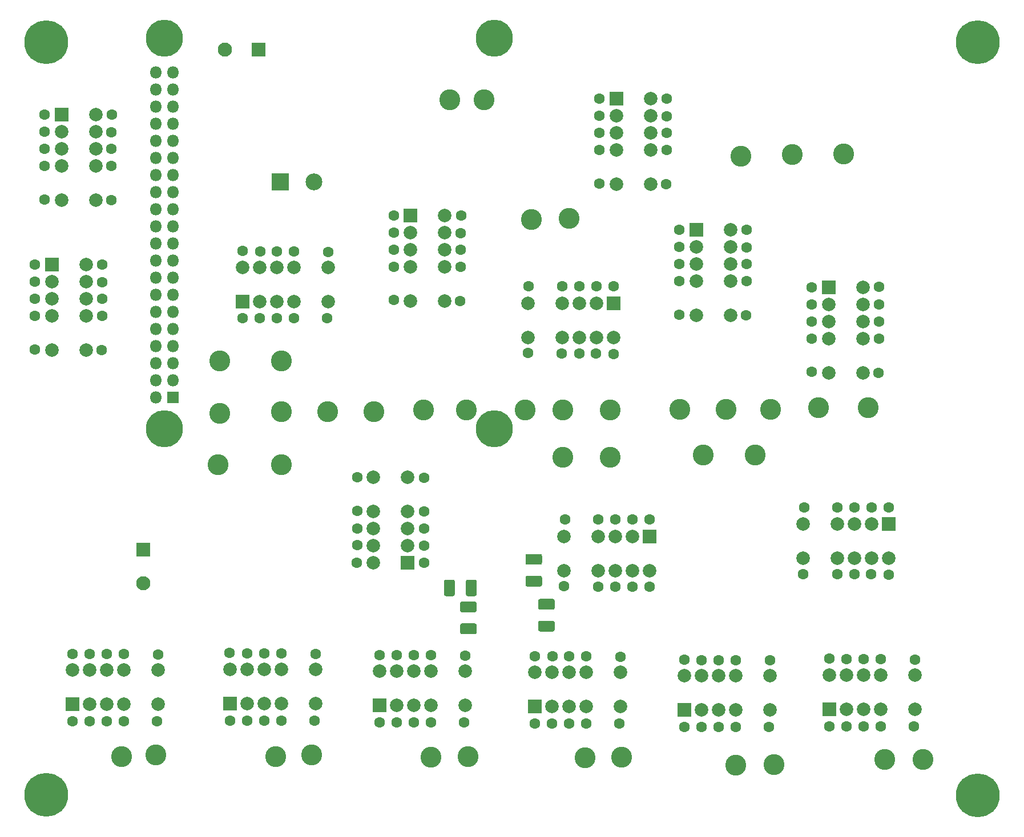
<source format=gbr>
%TF.GenerationSoftware,KiCad,Pcbnew,5.1.6-c6e7f7d~86~ubuntu18.04.1*%
%TF.CreationDate,2020-05-28T18:17:00-07:00*%
%TF.ProjectId,Cal_Station,43616c5f-5374-4617-9469-6f6e2e6b6963,rev?*%
%TF.SameCoordinates,Original*%
%TF.FileFunction,Soldermask,Bot*%
%TF.FilePolarity,Negative*%
%FSLAX46Y46*%
G04 Gerber Fmt 4.6, Leading zero omitted, Abs format (unit mm)*
G04 Created by KiCad (PCBNEW 5.1.6-c6e7f7d~86~ubuntu18.04.1) date 2020-05-28 18:17:00*
%MOMM*%
%LPD*%
G01*
G04 APERTURE LIST*
%ADD10C,1.600000*%
%ADD11C,2.000000*%
%ADD12R,2.000000X2.000000*%
%ADD13C,3.100000*%
%ADD14C,0.900000*%
%ADD15C,6.500000*%
%ADD16C,5.500000*%
%ADD17O,1.800000X1.800000*%
%ADD18R,1.800000X1.800000*%
%ADD19C,2.100000*%
%ADD20R,2.100000X2.100000*%
%ADD21C,2.500000*%
%ADD22R,2.500000X2.500000*%
G04 APERTURE END LIST*
D10*
%TO.C,K17*%
X42980000Y-70820000D03*
X52930000Y-70815000D03*
D11*
X50580000Y-70820000D03*
X45500000Y-70820000D03*
X50580000Y-68280000D03*
X50580000Y-65740000D03*
X50580000Y-73360000D03*
X45500000Y-78440000D03*
D12*
X45500000Y-65740000D03*
D11*
X50580000Y-78440000D03*
X45500000Y-68280000D03*
X45500000Y-73360000D03*
D10*
X52880000Y-78440000D03*
X52930000Y-73365000D03*
X52930000Y-68315000D03*
X52980000Y-65715000D03*
X42980000Y-65740000D03*
X42980000Y-68280000D03*
X42980000Y-73360000D03*
X42980000Y-78290000D03*
%TD*%
%TO.C,K16*%
X44410000Y-48550000D03*
X54360000Y-48545000D03*
D11*
X52010000Y-48550000D03*
X46930000Y-48550000D03*
X52010000Y-46010000D03*
X52010000Y-43470000D03*
X52010000Y-51090000D03*
X46930000Y-56170000D03*
D12*
X46930000Y-43470000D03*
D11*
X52010000Y-56170000D03*
X46930000Y-46010000D03*
X46930000Y-51090000D03*
D10*
X54310000Y-56170000D03*
X54360000Y-51095000D03*
X54360000Y-46045000D03*
X54410000Y-43445000D03*
X44410000Y-43470000D03*
X44410000Y-46010000D03*
X44410000Y-51090000D03*
X44410000Y-56020000D03*
%TD*%
%TO.C,K15*%
X138574000Y-65652000D03*
X148524000Y-65647000D03*
D11*
X146174000Y-65652000D03*
X141094000Y-65652000D03*
X146174000Y-63112000D03*
X146174000Y-60572000D03*
X146174000Y-68192000D03*
X141094000Y-73272000D03*
D12*
X141094000Y-60572000D03*
D11*
X146174000Y-73272000D03*
X141094000Y-63112000D03*
X141094000Y-68192000D03*
D10*
X148474000Y-73272000D03*
X148524000Y-68197000D03*
X148524000Y-63147000D03*
X148574000Y-60547000D03*
X138574000Y-60572000D03*
X138574000Y-63112000D03*
X138574000Y-68192000D03*
X138574000Y-73122000D03*
%TD*%
%TO.C,K14*%
X164544000Y-101742000D03*
X164549000Y-111692000D03*
D11*
X164544000Y-109342000D03*
X164544000Y-104262000D03*
X167084000Y-109342000D03*
X169624000Y-109342000D03*
X162004000Y-109342000D03*
X156924000Y-104262000D03*
D12*
X169624000Y-104262000D03*
D11*
X156924000Y-109342000D03*
X167084000Y-104262000D03*
X162004000Y-104262000D03*
D10*
X156924000Y-111642000D03*
X161999000Y-111692000D03*
X167049000Y-111692000D03*
X169649000Y-111742000D03*
X169624000Y-101742000D03*
X167084000Y-101742000D03*
X162004000Y-101742000D03*
X157074000Y-101742000D03*
%TD*%
%TO.C,K13*%
X126740000Y-46170000D03*
X136690000Y-46165000D03*
D11*
X134340000Y-46170000D03*
X129260000Y-46170000D03*
X134340000Y-43630000D03*
X134340000Y-41090000D03*
X134340000Y-48710000D03*
X129260000Y-53790000D03*
D12*
X129260000Y-41090000D03*
D11*
X134340000Y-53790000D03*
X129260000Y-43630000D03*
X129260000Y-48710000D03*
D10*
X136640000Y-53790000D03*
X136690000Y-48715000D03*
X136690000Y-43665000D03*
X136740000Y-41065000D03*
X126740000Y-41090000D03*
X126740000Y-43630000D03*
X126740000Y-48710000D03*
X126740000Y-53640000D03*
%TD*%
%TO.C,K12*%
X158240000Y-74140000D03*
X168190000Y-74135000D03*
D11*
X165840000Y-74140000D03*
X160760000Y-74140000D03*
X165840000Y-71600000D03*
X165840000Y-69060000D03*
X165840000Y-76680000D03*
X160760000Y-81760000D03*
D12*
X160760000Y-69060000D03*
D11*
X165840000Y-81760000D03*
X160760000Y-71600000D03*
X160760000Y-76680000D03*
D10*
X168140000Y-81760000D03*
X168190000Y-76685000D03*
X168190000Y-71635000D03*
X168240000Y-69035000D03*
X158240000Y-69060000D03*
X158240000Y-71600000D03*
X158240000Y-76680000D03*
X158240000Y-81610000D03*
%TD*%
%TO.C,K11*%
X96192000Y-63522000D03*
X106142000Y-63517000D03*
D11*
X103792000Y-63522000D03*
X98712000Y-63522000D03*
X103792000Y-60982000D03*
X103792000Y-58442000D03*
X103792000Y-66062000D03*
X98712000Y-71142000D03*
D12*
X98712000Y-58442000D03*
D11*
X103792000Y-71142000D03*
X98712000Y-60982000D03*
X98712000Y-66062000D03*
D10*
X106092000Y-71142000D03*
X106142000Y-66067000D03*
X106142000Y-61017000D03*
X106192000Y-58417000D03*
X96192000Y-58442000D03*
X96192000Y-60982000D03*
X96192000Y-66062000D03*
X96192000Y-70992000D03*
%TD*%
%TO.C,K10*%
X123710000Y-68960000D03*
X123715000Y-78910000D03*
D11*
X123710000Y-76560000D03*
X123710000Y-71480000D03*
X126250000Y-76560000D03*
X128790000Y-76560000D03*
X121170000Y-76560000D03*
X116090000Y-71480000D03*
D12*
X128790000Y-71480000D03*
D11*
X116090000Y-76560000D03*
X126250000Y-71480000D03*
X121170000Y-71480000D03*
D10*
X116090000Y-78860000D03*
X121165000Y-78910000D03*
X126215000Y-78910000D03*
X128815000Y-78960000D03*
X128790000Y-68960000D03*
X126250000Y-68960000D03*
X121170000Y-68960000D03*
X116240000Y-68960000D03*
%TD*%
%TO.C,K9*%
X129078000Y-103578000D03*
X129083000Y-113528000D03*
D11*
X129078000Y-111178000D03*
X129078000Y-106098000D03*
X131618000Y-111178000D03*
X134158000Y-111178000D03*
X126538000Y-111178000D03*
X121458000Y-106098000D03*
D12*
X134158000Y-106098000D03*
D11*
X121458000Y-111178000D03*
X131618000Y-106098000D03*
X126538000Y-106098000D03*
D10*
X121458000Y-113478000D03*
X126533000Y-113528000D03*
X131583000Y-113528000D03*
X134183000Y-113578000D03*
X134158000Y-103578000D03*
X131618000Y-103578000D03*
X126538000Y-103578000D03*
X121608000Y-103578000D03*
%TD*%
%TO.C,K8*%
X78890000Y-73704360D03*
X78885000Y-63754360D03*
D11*
X78890000Y-66104360D03*
X78890000Y-71184360D03*
X76350000Y-66104360D03*
X73810000Y-66104360D03*
X81430000Y-66104360D03*
X86510000Y-71184360D03*
D12*
X73810000Y-71184360D03*
D11*
X86510000Y-66104360D03*
X76350000Y-71184360D03*
X81430000Y-71184360D03*
D10*
X86510000Y-63804360D03*
X81435000Y-63754360D03*
X76385000Y-63754360D03*
X73785000Y-63704360D03*
X73810000Y-73704360D03*
X76350000Y-73704360D03*
X81430000Y-73704360D03*
X86360000Y-73704360D03*
%TD*%
%TO.C,K7*%
X165910000Y-134250000D03*
X165905000Y-124300000D03*
D11*
X165910000Y-126650000D03*
X165910000Y-131730000D03*
X163370000Y-126650000D03*
X160830000Y-126650000D03*
X168450000Y-126650000D03*
X173530000Y-131730000D03*
D12*
X160830000Y-131730000D03*
D11*
X173530000Y-126650000D03*
X163370000Y-131730000D03*
X168450000Y-131730000D03*
D10*
X173530000Y-124350000D03*
X168455000Y-124300000D03*
X163405000Y-124300000D03*
X160805000Y-124250000D03*
X160830000Y-134250000D03*
X163370000Y-134250000D03*
X168450000Y-134250000D03*
X173380000Y-134250000D03*
%TD*%
%TO.C,K6*%
X53650000Y-133512000D03*
X53645000Y-123562000D03*
D11*
X53650000Y-125912000D03*
X53650000Y-130992000D03*
X51110000Y-125912000D03*
X48570000Y-125912000D03*
X56190000Y-125912000D03*
X61270000Y-130992000D03*
D12*
X48570000Y-130992000D03*
D11*
X61270000Y-125912000D03*
X51110000Y-130992000D03*
X56190000Y-130992000D03*
D10*
X61270000Y-123612000D03*
X56195000Y-123562000D03*
X51145000Y-123562000D03*
X48545000Y-123512000D03*
X48570000Y-133512000D03*
X51110000Y-133512000D03*
X56190000Y-133512000D03*
X61120000Y-133512000D03*
%TD*%
%TO.C,K5*%
X76980000Y-133400000D03*
X76975000Y-123450000D03*
D11*
X76980000Y-125800000D03*
X76980000Y-130880000D03*
X74440000Y-125800000D03*
X71900000Y-125800000D03*
X79520000Y-125800000D03*
X84600000Y-130880000D03*
D12*
X71900000Y-130880000D03*
D11*
X84600000Y-125800000D03*
X74440000Y-130880000D03*
X79520000Y-130880000D03*
D10*
X84600000Y-123500000D03*
X79525000Y-123450000D03*
X74475000Y-123450000D03*
X71875000Y-123400000D03*
X71900000Y-133400000D03*
X74440000Y-133400000D03*
X79520000Y-133400000D03*
X84450000Y-133400000D03*
%TD*%
%TO.C,K4*%
X99200000Y-133688000D03*
X99195000Y-123738000D03*
D11*
X99200000Y-126088000D03*
X99200000Y-131168000D03*
X96660000Y-126088000D03*
X94120000Y-126088000D03*
X101740000Y-126088000D03*
X106820000Y-131168000D03*
D12*
X94120000Y-131168000D03*
D11*
X106820000Y-126088000D03*
X96660000Y-131168000D03*
X101740000Y-131168000D03*
D10*
X106820000Y-123788000D03*
X101745000Y-123738000D03*
X96695000Y-123738000D03*
X94095000Y-123688000D03*
X94120000Y-133688000D03*
X96660000Y-133688000D03*
X101740000Y-133688000D03*
X106670000Y-133688000D03*
%TD*%
%TO.C,K3*%
X122240000Y-133844000D03*
X122235000Y-123894000D03*
D11*
X122240000Y-126244000D03*
X122240000Y-131324000D03*
X119700000Y-126244000D03*
X117160000Y-126244000D03*
X124780000Y-126244000D03*
X129860000Y-131324000D03*
D12*
X117160000Y-131324000D03*
D11*
X129860000Y-126244000D03*
X119700000Y-131324000D03*
X124780000Y-131324000D03*
D10*
X129860000Y-123944000D03*
X124785000Y-123894000D03*
X119735000Y-123894000D03*
X117135000Y-123844000D03*
X117160000Y-133844000D03*
X119700000Y-133844000D03*
X124780000Y-133844000D03*
X129710000Y-133844000D03*
%TD*%
%TO.C,K2*%
X144396000Y-134372000D03*
X144391000Y-124422000D03*
D11*
X144396000Y-126772000D03*
X144396000Y-131852000D03*
X141856000Y-126772000D03*
X139316000Y-126772000D03*
X146936000Y-126772000D03*
X152016000Y-131852000D03*
D12*
X139316000Y-131852000D03*
D11*
X152016000Y-126772000D03*
X141856000Y-131852000D03*
X146936000Y-131852000D03*
D10*
X152016000Y-124472000D03*
X146941000Y-124422000D03*
X141891000Y-124422000D03*
X139291000Y-124372000D03*
X139316000Y-134372000D03*
X141856000Y-134372000D03*
X146936000Y-134372000D03*
X151866000Y-134372000D03*
%TD*%
%TO.C,K1*%
X100752360Y-104864000D03*
X90802360Y-104869000D03*
D11*
X93152360Y-104864000D03*
X98232360Y-104864000D03*
X93152360Y-107404000D03*
X93152360Y-109944000D03*
X93152360Y-102324000D03*
X98232360Y-97244000D03*
D12*
X98232360Y-109944000D03*
D11*
X93152360Y-97244000D03*
X98232360Y-107404000D03*
X98232360Y-102324000D03*
D10*
X90852360Y-97244000D03*
X90802360Y-102319000D03*
X90802360Y-107369000D03*
X90752360Y-109969000D03*
X100752360Y-109944000D03*
X100752360Y-107404000D03*
X100752360Y-102324000D03*
X100752360Y-97394000D03*
%TD*%
D13*
%TO.C,TP18*%
X109610000Y-41240000D03*
%TD*%
%TO.C,TP17*%
X104560000Y-41240000D03*
%TD*%
%TO.C,C65*%
G36*
G01*
X116021667Y-111925000D02*
X117938333Y-111925000D01*
G75*
G02*
X118205000Y-112191667I0J-266667D01*
G01*
X118205000Y-113258333D01*
G75*
G02*
X117938333Y-113525000I-266667J0D01*
G01*
X116021667Y-113525000D01*
G75*
G02*
X115755000Y-113258333I0J266667D01*
G01*
X115755000Y-112191667D01*
G75*
G02*
X116021667Y-111925000I266667J0D01*
G01*
G37*
G36*
G01*
X116021667Y-108675000D02*
X117938333Y-108675000D01*
G75*
G02*
X118205000Y-108941667I0J-266667D01*
G01*
X118205000Y-110008333D01*
G75*
G02*
X117938333Y-110275000I-266667J0D01*
G01*
X116021667Y-110275000D01*
G75*
G02*
X115755000Y-110008333I0J266667D01*
G01*
X115755000Y-108941667D01*
G75*
G02*
X116021667Y-108675000I266667J0D01*
G01*
G37*
%TD*%
%TO.C,C62*%
G36*
G01*
X106331667Y-118995000D02*
X108248333Y-118995000D01*
G75*
G02*
X108515000Y-119261667I0J-266667D01*
G01*
X108515000Y-120328333D01*
G75*
G02*
X108248333Y-120595000I-266667J0D01*
G01*
X106331667Y-120595000D01*
G75*
G02*
X106065000Y-120328333I0J266667D01*
G01*
X106065000Y-119261667D01*
G75*
G02*
X106331667Y-118995000I266667J0D01*
G01*
G37*
G36*
G01*
X106331667Y-115745000D02*
X108248333Y-115745000D01*
G75*
G02*
X108515000Y-116011667I0J-266667D01*
G01*
X108515000Y-117078333D01*
G75*
G02*
X108248333Y-117345000I-266667J0D01*
G01*
X106331667Y-117345000D01*
G75*
G02*
X106065000Y-117078333I0J266667D01*
G01*
X106065000Y-116011667D01*
G75*
G02*
X106331667Y-115745000I266667J0D01*
G01*
G37*
%TD*%
%TO.C,C58*%
G36*
G01*
X117911667Y-118605000D02*
X119828333Y-118605000D01*
G75*
G02*
X120095000Y-118871667I0J-266667D01*
G01*
X120095000Y-119938333D01*
G75*
G02*
X119828333Y-120205000I-266667J0D01*
G01*
X117911667Y-120205000D01*
G75*
G02*
X117645000Y-119938333I0J266667D01*
G01*
X117645000Y-118871667D01*
G75*
G02*
X117911667Y-118605000I266667J0D01*
G01*
G37*
G36*
G01*
X117911667Y-115355000D02*
X119828333Y-115355000D01*
G75*
G02*
X120095000Y-115621667I0J-266667D01*
G01*
X120095000Y-116688333D01*
G75*
G02*
X119828333Y-116955000I-266667J0D01*
G01*
X117911667Y-116955000D01*
G75*
G02*
X117645000Y-116688333I0J266667D01*
G01*
X117645000Y-115621667D01*
G75*
G02*
X117911667Y-115355000I266667J0D01*
G01*
G37*
%TD*%
%TO.C,C47*%
G36*
G01*
X105275000Y-112761667D02*
X105275000Y-114678333D01*
G75*
G02*
X105008333Y-114945000I-266667J0D01*
G01*
X103941667Y-114945000D01*
G75*
G02*
X103675000Y-114678333I0J266667D01*
G01*
X103675000Y-112761667D01*
G75*
G02*
X103941667Y-112495000I266667J0D01*
G01*
X105008333Y-112495000D01*
G75*
G02*
X105275000Y-112761667I0J-266667D01*
G01*
G37*
G36*
G01*
X108525000Y-112761667D02*
X108525000Y-114678333D01*
G75*
G02*
X108258333Y-114945000I-266667J0D01*
G01*
X107191667Y-114945000D01*
G75*
G02*
X106925000Y-114678333I0J266667D01*
G01*
X106925000Y-112761667D01*
G75*
G02*
X107191667Y-112495000I266667J0D01*
G01*
X108258333Y-112495000D01*
G75*
G02*
X108525000Y-112761667I0J-266667D01*
G01*
G37*
%TD*%
D14*
%TO.C,H8*%
X46377056Y-30992944D03*
X44680000Y-30290000D03*
X42982944Y-30992944D03*
X42280000Y-32690000D03*
X42982944Y-34387056D03*
X44680000Y-35090000D03*
X46377056Y-34387056D03*
X47080000Y-32690000D03*
D15*
X44680000Y-32690000D03*
%TD*%
D14*
%TO.C,H7*%
X184527056Y-30992944D03*
X182830000Y-30290000D03*
X181132944Y-30992944D03*
X180430000Y-32690000D03*
X181132944Y-34387056D03*
X182830000Y-35090000D03*
X184527056Y-34387056D03*
X185230000Y-32690000D03*
D15*
X182830000Y-32690000D03*
%TD*%
D14*
%TO.C,H6*%
X46377056Y-142782944D03*
X44680000Y-142080000D03*
X42982944Y-142782944D03*
X42280000Y-144480000D03*
X42982944Y-146177056D03*
X44680000Y-146880000D03*
X46377056Y-146177056D03*
X47080000Y-144480000D03*
D15*
X44680000Y-144480000D03*
%TD*%
D14*
%TO.C,H5*%
X184527056Y-142802944D03*
X182830000Y-142100000D03*
X181132944Y-142802944D03*
X180430000Y-144500000D03*
X181132944Y-146197056D03*
X182830000Y-146900000D03*
X184527056Y-146197056D03*
X185230000Y-144500000D03*
D15*
X182830000Y-144500000D03*
%TD*%
D14*
%TO.C,H4*%
X112601891Y-30688109D03*
X111170000Y-30095000D03*
X109738109Y-30688109D03*
X109145000Y-32120000D03*
X109738109Y-33551891D03*
X111170000Y-34145000D03*
X112601891Y-33551891D03*
X113195000Y-32120000D03*
D16*
X111170000Y-32120000D03*
%TD*%
D14*
%TO.C,H3*%
X63601891Y-88688109D03*
X62170000Y-88095000D03*
X60738109Y-88688109D03*
X60145000Y-90120000D03*
X60738109Y-91551891D03*
X62170000Y-92145000D03*
X63601891Y-91551891D03*
X64195000Y-90120000D03*
D16*
X62170000Y-90120000D03*
%TD*%
D14*
%TO.C,H2*%
X112601891Y-88688109D03*
X111170000Y-88095000D03*
X109738109Y-88688109D03*
X109145000Y-90120000D03*
X109738109Y-91551891D03*
X111170000Y-92145000D03*
X112601891Y-91551891D03*
X113195000Y-90120000D03*
D16*
X111170000Y-90120000D03*
%TD*%
D14*
%TO.C,H1*%
X63601891Y-30688109D03*
X62170000Y-30095000D03*
X60738109Y-30688109D03*
X60145000Y-32120000D03*
X60738109Y-33551891D03*
X62170000Y-34145000D03*
X63601891Y-33551891D03*
X64195000Y-32120000D03*
D16*
X62170000Y-32120000D03*
%TD*%
D13*
%TO.C,J28*%
X142130000Y-94000000D03*
%TD*%
%TO.C,J27*%
X149790000Y-94000000D03*
%TD*%
%TO.C,J26*%
X162930000Y-49260000D03*
%TD*%
%TO.C,J25*%
X155320000Y-49400000D03*
%TD*%
%TO.C,J24*%
X147750000Y-49660000D03*
%TD*%
%TO.C,J23*%
X159204000Y-86946000D03*
%TD*%
%TO.C,J22*%
X152092000Y-87200000D03*
%TD*%
%TO.C,J20*%
X145488000Y-87200000D03*
%TD*%
%TO.C,J19*%
X116620000Y-58990000D03*
%TD*%
%TO.C,J18*%
X122190000Y-58810000D03*
%TD*%
%TO.C,J17*%
X138630000Y-87200000D03*
%TD*%
%TO.C,J16*%
X79580000Y-80000000D03*
%TD*%
%TO.C,J15*%
X70430000Y-80000000D03*
%TD*%
%TO.C,J14*%
X128320000Y-94300000D03*
%TD*%
%TO.C,J13*%
X128320000Y-87300000D03*
%TD*%
%TO.C,J12*%
X121320000Y-94280000D03*
%TD*%
%TO.C,J11*%
X121320000Y-87300000D03*
%TD*%
%TO.C,J10*%
X166570000Y-86946000D03*
%TD*%
%TO.C,J9*%
X115720000Y-87280000D03*
%TD*%
%TO.C,J8*%
X106950000Y-87300000D03*
%TD*%
%TO.C,J7*%
X100660000Y-87308000D03*
%TD*%
%TO.C,J6*%
X86436000Y-87562000D03*
%TD*%
%TO.C,J5*%
X93294000Y-87562000D03*
%TD*%
%TO.C,J4*%
X79578000Y-95436000D03*
%TD*%
%TO.C,J3*%
X79578000Y-87562000D03*
%TD*%
%TO.C,J2*%
X70180000Y-95436000D03*
%TD*%
%TO.C,J1*%
X70434000Y-87816000D03*
%TD*%
%TO.C,TP14*%
X124580000Y-138900000D03*
%TD*%
%TO.C,TP13*%
X129980000Y-138840000D03*
%TD*%
%TO.C,TP12*%
X146920000Y-140060000D03*
%TD*%
%TO.C,TP11*%
X152650000Y-139980000D03*
%TD*%
%TO.C,TP10*%
X169050000Y-139230000D03*
%TD*%
%TO.C,TP9*%
X174750000Y-139200000D03*
%TD*%
%TO.C,TP8*%
X55870000Y-138730000D03*
%TD*%
%TO.C,TP7*%
X60950000Y-138540000D03*
%TD*%
%TO.C,TP6*%
X78730000Y-138740000D03*
%TD*%
%TO.C,TP5*%
X84010000Y-138480000D03*
%TD*%
%TO.C,TP4*%
X101740000Y-138830000D03*
%TD*%
%TO.C,TP3*%
X107210000Y-138750000D03*
%TD*%
D17*
%TO.C,PI1*%
X60900000Y-37130000D03*
X63440000Y-37130000D03*
X60900000Y-39670000D03*
X63440000Y-39670000D03*
X60900000Y-42210000D03*
X63440000Y-42210000D03*
X60900000Y-44750000D03*
X63440000Y-44750000D03*
X60900000Y-47290000D03*
X63440000Y-47290000D03*
X60900000Y-49830000D03*
X63440000Y-49830000D03*
X60900000Y-52370000D03*
X63440000Y-52370000D03*
X60900000Y-54910000D03*
X63440000Y-54910000D03*
X60900000Y-57450000D03*
X63440000Y-57450000D03*
X60900000Y-59990000D03*
X63440000Y-59990000D03*
X60900000Y-62530000D03*
X63440000Y-62530000D03*
X60900000Y-65070000D03*
X63440000Y-65070000D03*
X60900000Y-67610000D03*
X63440000Y-67610000D03*
X60900000Y-70150000D03*
X63440000Y-70150000D03*
X60900000Y-72690000D03*
X63440000Y-72690000D03*
X60900000Y-75230000D03*
X63440000Y-75230000D03*
X60900000Y-77770000D03*
X63440000Y-77770000D03*
X60900000Y-80310000D03*
X63440000Y-80310000D03*
X60900000Y-82850000D03*
X63440000Y-82850000D03*
X60900000Y-85390000D03*
D18*
X63440000Y-85390000D03*
%TD*%
D19*
%TO.C,C49*%
X71190000Y-33800000D03*
D20*
X76190000Y-33800000D03*
%TD*%
D19*
%TO.C,C48*%
X59026000Y-113012000D03*
D20*
X59026000Y-108012000D03*
%TD*%
D21*
%TO.C,C35*%
X84390000Y-53430000D03*
D22*
X79390000Y-53430000D03*
%TD*%
M02*

</source>
